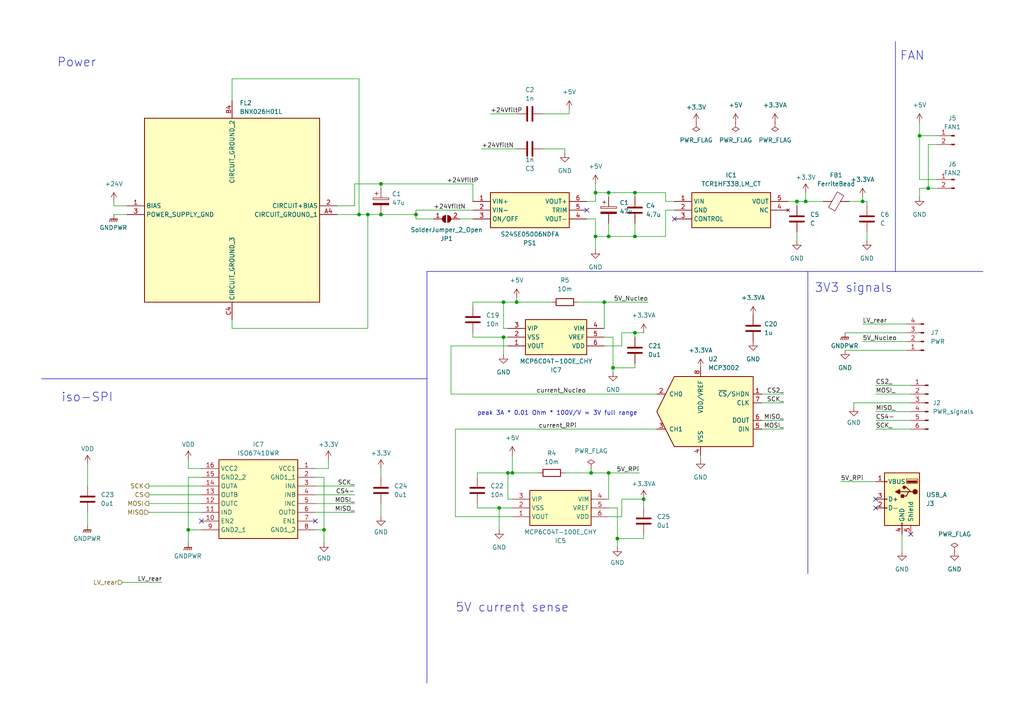
<source format=kicad_sch>
(kicad_sch (version 20230121) (generator eeschema)
  (paper "A4")
  (title_block (title "EP5 rearbox powerboard") (date "2024-03-20") (rev "1") (company "NTURacing") (comment 1 "郭哲明") (comment 2 "Electrical group"))
  (lib_symbols
    (symbol "Analog_ADC:MCP3002" (pin_names (offset 1.016))
      (property "Reference" "U" (at -6.35 11.43 0))
      (property "Value" "MCP3002" (at 11.43 11.43 0))
      (symbol "MCP3002_0_1"
        (polyline (pts (xy 15.24 10.16) (xy -7.62 10.16) (xy -12.7 0) (xy -7.62 -10.16) (xy 15.24 -10.16) (xy 15.24 10.16)) (stroke (width 0.254)) (fill (type background)))
      )
      (symbol "MCP3002_1_1"
        (pin input line (at 17.78 5.08 180) (length 2.54) (name "~{CS}/SHDN") (number "1"))
        (pin passive line (at -12.7 5.08 0) (length 2.54) (name "CH0") (number "2"))
        (pin passive line (at -12.7 -5.08 0) (length 2.54) (name "CH1") (number "3"))
        (pin power_in line (at 0 -12.7 90) (length 2.54) (name "VSS") (number "4"))
        (pin input line (at 17.78 -5.08 180) (length 2.54) (name "DIN") (number "5"))
        (pin output line (at 17.78 -2.54 180) (length 2.54) (name "DOUT") (number "6"))
        (pin input line (at 17.78 2.54 180) (length 2.54) (name "CLK") (number "7"))
        (pin power_in line (at 0 12.7 270) (length 2.54) (name "VDD/VREF") (number "8"))
      )
    )
    (symbol "Connector:Conn_01x02_Pin" (pin_names (offset 1.016) hide)
      (property "Reference" "J" (at 0 2.54 0))
      (property "Value" "Conn_01x02_Pin" (at 0 -5.08 0))
      (symbol "Conn_01x02_Pin_1_1"
        (polyline (pts (xy 1.27 -2.54) (xy 0.8636 -2.54)) (stroke (width 0.1524)))
        (polyline (pts (xy 1.27 0) (xy 0.8636 0)) (stroke (width 0.1524)))
        (rectangle (start 0.8636 -2.413) (end 0 -2.667) (stroke (width 0.1524)) (fill (type outline)))
        (rectangle (start 0.8636 0.127) (end 0 -0.127) (stroke (width 0.1524)) (fill (type outline)))
        (pin passive line (at 5.08 0 180) (length 3.81) (name "Pin_1") (number "1"))
        (pin passive line (at 5.08 -2.54 180) (length 3.81) (name "Pin_2") (number "2"))
      )
    )
    (symbol "Connector:Conn_01x04_Pin" (pin_names (offset 1.016) hide)
      (property "Reference" "J" (at 0 5.08 0))
      (property "Value" "Conn_01x04_Pin" (at 0 -7.62 0))
      (symbol "Conn_01x04_Pin_1_1"
        (polyline (pts (xy 1.27 -5.08) (xy 0.8636 -5.08)) (stroke (width 0.1524)))
        (polyline (pts (xy 1.27 -2.54) (xy 0.8636 -2.54)) (stroke (width 0.1524)))
        (polyline (pts (xy 1.27 0) (xy 0.8636 0)) (stroke (width 0.1524)))
        (polyline (pts (xy 1.27 2.54) (xy 0.8636 2.54)) (stroke (width 0.1524)))
        (rectangle (start 0.8636 -4.953) (end 0 -5.207) (stroke (width 0.1524)) (fill (type outline)))
        (rectangle (start 0.8636 -2.413) (end 0 -2.667) (stroke (width 0.1524)) (fill (type outline)))
        (rectangle (start 0.8636 0.127) (end 0 -0.127) (stroke (width 0.1524)) (fill (type outline)))
        (rectangle (start 0.8636 2.667) (end 0 2.413) (stroke (width 0.1524)) (fill (type outline)))
        (pin passive line (at 5.08 2.54 180) (length 3.81) (name "Pin_1") (number "1"))
        (pin passive line (at 5.08 0 180) (length 3.81) (name "Pin_2") (number "2"))
        (pin passive line (at 5.08 -2.54 180) (length 3.81) (name "Pin_3") (number "3"))
        (pin passive line (at 5.08 -5.08 180) (length 3.81) (name "Pin_4") (number "4"))
      )
    )
    (symbol "Connector:Conn_01x06_Pin" (pin_names (offset 1.016) hide)
      (property "Reference" "J" (at 0 7.62 0))
      (property "Value" "Conn_01x06_Pin" (at 0 -10.16 0))
      (symbol "Conn_01x06_Pin_1_1"
        (polyline (pts (xy 1.27 -7.62) (xy 0.8636 -7.62)) (stroke (width 0.1524)))
        (polyline (pts (xy 1.27 -5.08) (xy 0.8636 -5.08)) (stroke (width 0.1524)))
        (polyline (pts (xy 1.27 -2.54) (xy 0.8636 -2.54)) (stroke (width 0.1524)))
        (polyline (pts (xy 1.27 0) (xy 0.8636 0)) (stroke (width 0.1524)))
        (polyline (pts (xy 1.27 2.54) (xy 0.8636 2.54)) (stroke (width 0.1524)))
        (polyline (pts (xy 1.27 5.08) (xy 0.8636 5.08)) (stroke (width 0.1524)))
        (rectangle (start 0.8636 -7.493) (end 0 -7.747) (stroke (width 0.1524)) (fill (type outline)))
        (rectangle (start 0.8636 -4.953) (end 0 -5.207) (stroke (width 0.1524)) (fill (type outline)))
        (rectangle (start 0.8636 -2.413) (end 0 -2.667) (stroke (width 0.1524)) (fill (type outline)))
        (rectangle (start 0.8636 0.127) (end 0 -0.127) (stroke (width 0.1524)) (fill (type outline)))
        (rectangle (start 0.8636 2.667) (end 0 2.413) (stroke (width 0.1524)) (fill (type outline)))
        (rectangle (start 0.8636 5.207) (end 0 4.953) (stroke (width 0.1524)) (fill (type outline)))
        (pin passive line (at 5.08 5.08 180) (length 3.81) (name "Pin_1") (number "1"))
        (pin passive line (at 5.08 2.54 180) (length 3.81) (name "Pin_2") (number "2"))
        (pin passive line (at 5.08 0 180) (length 3.81) (name "Pin_3") (number "3"))
        (pin passive line (at 5.08 -2.54 180) (length 3.81) (name "Pin_4") (number "4"))
        (pin passive line (at 5.08 -5.08 180) (length 3.81) (name "Pin_5") (number "5"))
        (pin passive line (at 5.08 -7.62 180) (length 3.81) (name "Pin_6") (number "6"))
      )
    )
    (symbol "Connector:USB_A" (pin_names (offset 1.016))
      (property "Reference" "J" (at -5.08 11.43 0))
      (property "Value" "USB_A" (at -5.08 8.89 0))
      (symbol "USB_A_0_1"
        (rectangle (start -5.08 -7.62) (end 5.08 7.62) (stroke (width 0.254)) (fill (type background)))
        (circle (center -3.81 2.159) (radius 0.635) (stroke (width 0.254)) (fill (type outline)))
        (rectangle (start -1.524 4.826) (end -4.318 5.334) (fill (type outline)))
        (rectangle (start -1.27 4.572) (end -4.572 5.842))
        (circle (center -0.635 3.429) (radius 0.381) (stroke (width 0.254)) (fill (type outline)))
        (rectangle (start -0.127 -7.62) (end 0.127 -6.858))
        (polyline (pts (xy -3.175 2.159) (xy -2.54 2.159) (xy -1.27 3.429) (xy -0.635 3.429)) (stroke (width 0.254)))
        (polyline (pts (xy -2.54 2.159) (xy -1.905 2.159) (xy -1.27 0.889) (xy 0 0.889)) (stroke (width 0.254)))
        (polyline (pts (xy 0.635 2.794) (xy 0.635 1.524) (xy 1.905 2.159) (xy 0.635 2.794)) (stroke (width 0.254)) (fill (type outline)))
        (rectangle (start 0.254 1.27) (end -0.508 0.508) (stroke (width 0.254)) (fill (type outline)))
        (rectangle (start 5.08 -2.667) (end 4.318 -2.413))
        (rectangle (start 5.08 -0.127) (end 4.318 0.127))
        (rectangle (start 5.08 4.953) (end 4.318 5.207))
      )
      (symbol "USB_A_1_1"
        (polyline (pts (xy -1.905 2.159) (xy 0.635 2.159)) (stroke (width 0.254)))
        (pin power_in line (at 7.62 5.08 180) (length 2.54) (name "VBUS") (number "1"))
        (pin bidirectional line (at 7.62 -2.54 180) (length 2.54) (name "D-") (number "2"))
        (pin bidirectional line (at 7.62 0 180) (length 2.54) (name "D+") (number "3"))
        (pin power_in line (at 0 -10.16 90) (length 2.54) (name "GND") (number "4"))
        (pin passive line (at -2.54 -10.16 90) (length 2.54) (name "Shield") (number "5"))
      )
    )
    (symbol "Device:C" (pin_numbers hide) (pin_names (offset 0.254))
      (property "Reference" "C" (at 0.635 2.54 0))
      (property "Value" "C" (at 0.635 -2.54 0))
      (symbol "C_0_1"
        (polyline (pts (xy -2.032 -0.762) (xy 2.032 -0.762)) (stroke (width 0.508)))
        (polyline (pts (xy -2.032 0.762) (xy 2.032 0.762)) (stroke (width 0.508)))
      )
      (symbol "C_1_1"
        (pin passive line (at 0 3.81 270) (length 2.794) (name "~") (number "1"))
        (pin passive line (at 0 -3.81 90) (length 2.794) (name "~") (number "2"))
      )
    )
    (symbol "Device:C_Polarized" (pin_numbers hide) (pin_names (offset 0.254))
      (property "Reference" "C" (at 0.635 2.54 0))
      (property "Value" "C_Polarized" (at 0.635 -2.54 0))
      (symbol "C_Polarized_0_1"
        (rectangle (start -2.286 0.508) (end 2.286 1.016))
        (polyline (pts (xy -1.778 2.286) (xy -0.762 2.286)))
        (polyline (pts (xy -1.27 2.794) (xy -1.27 1.778)))
        (rectangle (start 2.286 -0.508) (end -2.286 -1.016) (fill (type outline)))
      )
      (symbol "C_Polarized_1_1"
        (pin passive line (at 0 3.81 270) (length 2.794) (name "~") (number "1"))
        (pin passive line (at 0 -3.81 90) (length 2.794) (name "~") (number "2"))
      )
    )
    (symbol "Device:FerriteBead" (pin_numbers hide) (pin_names (offset 0))
      (property "Reference" "FB" (at -3.81 0.635 90))
      (property "Value" "FerriteBead" (at 3.81 0 90))
      (symbol "FerriteBead_0_1"
        (polyline (pts (xy 0 -1.27) (xy 0 -1.2192)))
        (polyline (pts (xy 0 1.27) (xy 0 1.2954)))
        (polyline (pts (xy -2.7686 0.4064) (xy -1.7018 2.2606) (xy 2.7686 -0.3048) (xy 1.6764 -2.159) (xy -2.7686 0.4064)))
      )
      (symbol "FerriteBead_1_1"
        (pin passive line (at 0 3.81 270) (length 2.54) (name "~") (number "1"))
        (pin passive line (at 0 -3.81 90) (length 2.54) (name "~") (number "2"))
      )
    )
    (symbol "Device:R" (pin_numbers hide) (pin_names (offset 0))
      (property "Reference" "R" (at 2.032 0 90))
      (property "Value" "R" (at 0 0 90))
      (symbol "R_0_1"
        (rectangle (start -1.016 -2.54) (end 1.016 2.54) (stroke (width 0.254)))
      )
      (symbol "R_1_1"
        (pin passive line (at 0 3.81 270) (length 1.27) (name "~") (number "1"))
        (pin passive line (at 0 -3.81 90) (length 1.27) (name "~") (number "2"))
      )
    )
    (symbol "Jumper:SolderJumper_2_Open" (pin_names (offset 0) hide)
      (property "Reference" "JP" (at 0 2.032 0))
      (property "Value" "SolderJumper_2_Open" (at 0 -2.54 0))
      (symbol "SolderJumper_2_Open_0_1"
        (arc (start -0.254 1.016) (mid -1.2656 0) (end -0.254 -1.016))
        (arc (start -0.254 1.016) (mid -1.2656 0) (end -0.254 -1.016) (fill (type outline)))
        (polyline (pts (xy -0.254 1.016) (xy -0.254 -1.016)))
        (polyline (pts (xy 0.254 1.016) (xy 0.254 -1.016)))
        (arc (start 0.254 -1.016) (mid 1.2656 0) (end 0.254 1.016))
        (arc (start 0.254 -1.016) (mid 1.2656 0) (end 0.254 1.016) (fill (type outline)))
      )
      (symbol "SolderJumper_2_Open_1_1"
        (pin passive line (at -3.81 0 0) (length 2.54) (name "A") (number "1"))
        (pin passive line (at 3.81 0 180) (length 2.54) (name "B") (number "2"))
      )
    )
    (symbol "SamacSys_Parts:BNX026H01L"
      (property "Reference" "FL" (at 57.15 30.48 0))
      (property "Value" "BNX026H01L" (at 57.15 27.94 0))
      (symbol "BNX026H01L_1_1"
        (rectangle (start 5.08 25.4) (end 55.88 -27.94) (stroke (width 0.254)) (fill (type background)))
        (pin passive line (at 0 0 0) (length 5.08) (name "BIAS") (number "1"))
        (pin passive line (at 60.96 0 180) (length 5.08) (name "CIRCUIT+BIAS") (number "2"))
        (pin passive line (at 0 -2.54 0) (length 5.08) (name "POWER_SUPPLY_GND") (number "3"))
        (pin passive line (at 60.96 -2.54 180) (length 5.08) (name "CIRCUIT_GROUND_1") (number "A4"))
        (pin passive line (at 30.48 30.48 270) (length 5.08) (name "CIRCUIT_GROUND_2") (number "B4"))
        (pin passive line (at 30.48 -33.02 90) (length 5.08) (name "CIRCUIT_GROUND_3") (number "C4"))
      )
    )
    (symbol "SamacSys_Parts:ISO6741DWR"
      (property "Reference" "IC" (at 29.21 7.62 0))
      (property "Value" "ISO6741DWR" (at 29.21 5.08 0))
      (symbol "ISO6741DWR_1_1"
        (rectangle (start 5.08 2.54) (end 27.94 -20.32) (stroke (width 0.254)) (fill (type background)))
        (pin passive line (at 0 0 0) (length 5.08) (name "VCC1") (number "1"))
        (pin passive line (at 33.02 -15.24 180) (length 5.08) (name "EN2") (number "10"))
        (pin passive line (at 33.02 -12.7 180) (length 5.08) (name "IND") (number "11"))
        (pin passive line (at 33.02 -10.16 180) (length 5.08) (name "OUTC") (number "12"))
        (pin passive line (at 33.02 -7.62 180) (length 5.08) (name "OUTB") (number "13"))
        (pin passive line (at 33.02 -5.08 180) (length 5.08) (name "OUTA") (number "14"))
        (pin passive line (at 33.02 -2.54 180) (length 5.08) (name "GND2_2") (number "15"))
        (pin passive line (at 33.02 0 180) (length 5.08) (name "VCC2") (number "16"))
        (pin passive line (at 0 -2.54 0) (length 5.08) (name "GND1_1") (number "2"))
        (pin passive line (at 0 -5.08 0) (length 5.08) (name "INA") (number "3"))
        (pin passive line (at 0 -7.62 0) (length 5.08) (name "INB") (number "4"))
        (pin passive line (at 0 -10.16 0) (length 5.08) (name "INC") (number "5"))
        (pin passive line (at 0 -12.7 0) (length 5.08) (name "OUTD") (number "6"))
        (pin passive line (at 0 -15.24 0) (length 5.08) (name "EN1") (number "7"))
        (pin passive line (at 0 -17.78 0) (length 5.08) (name "GND1_2") (number "8"))
        (pin passive line (at 33.02 -17.78 180) (length 5.08) (name "GND2_1") (number "9"))
      )
    )
    (symbol "SamacSys_Parts:MCP6C04T-100E_CHY"
      (property "Reference" "IC" (at 24.13 7.62 0))
      (property "Value" "MCP6C04T-100E_CHY" (at 24.13 5.08 0))
      (symbol "MCP6C04T-100E_CHY_1_1"
        (rectangle (start 5.08 2.54) (end 22.86 -7.62) (stroke (width 0.254)) (fill (type background)))
        (pin passive line (at 0 0 0) (length 5.08) (name "VOUT") (number "1"))
        (pin passive line (at 0 -2.54 0) (length 5.08) (name "VSS") (number "2"))
        (pin passive line (at 0 -5.08 0) (length 5.08) (name "VIP") (number "3"))
        (pin passive line (at 27.94 -5.08 180) (length 5.08) (name "VIM") (number "4"))
        (pin passive line (at 27.94 -2.54 180) (length 5.08) (name "VREF") (number "5"))
        (pin passive line (at 27.94 0 180) (length 5.08) (name "VDD") (number "6"))
      )
    )
    (symbol "SamacSys_Parts:S24SE05006NDFA"
      (property "Reference" "PS" (at 29.21 7.62 0))
      (property "Value" "S24SE05006NDFA" (at 29.21 5.08 0))
      (symbol "S24SE05006NDFA_1_1"
        (rectangle (start 5.08 2.54) (end 27.94 -7.62) (stroke (width 0.254)) (fill (type background)))
        (pin passive line (at 0 -5.08 0) (length 5.08) (name "VIN+") (number "1"))
        (pin passive line (at 0 -2.54 0) (length 5.08) (name "VIN-") (number "2"))
        (pin passive line (at 0 0 0) (length 5.08) (name "ON/OFF") (number "3"))
        (pin passive line (at 33.02 0 180) (length 5.08) (name "VOUT-") (number "4"))
        (pin passive line (at 33.02 -2.54 180) (length 5.08) (name "TRIM") (number "5"))
        (pin passive line (at 33.02 -5.08 180) (length 5.08) (name "VOUT+") (number "6"))
      )
    )
    (symbol "SamacSys_Parts:TCR1HF33B,LM_CT"
      (property "Reference" "IC" (at 29.21 7.62 0))
      (property "Value" "TCR1HF33B,LM_CT" (at 29.21 5.08 0))
      (symbol "TCR1HF33B,LM_CT_1_1"
        (rectangle (start 5.08 2.54) (end 27.94 -7.62) (stroke (width 0.254)) (fill (type background)))
        (pin passive line (at 0 0 0) (length 5.08) (name "VIN") (number "1"))
        (pin passive line (at 0 -2.54 0) (length 5.08) (name "GND") (number "2"))
        (pin passive line (at 0 -5.08 0) (length 5.08) (name "CONTROL") (number "3"))
        (pin no_connect line (at 33.02 -2.54 180) (length 5.08) (name "NC") (number "4"))
        (pin passive line (at 33.02 0 180) (length 5.08) (name "VOUT") (number "5"))
      )
    )
    (symbol "power:+24V" (power) (pin_names (offset 0))
      (property "Value" "+24V" (at 0 3.556 0))
      (symbol "+24V_0_1"
        (polyline (pts (xy -0.762 1.27) (xy 0 2.54)))
        (polyline (pts (xy 0 0) (xy 0 2.54)))
        (polyline (pts (xy 0 2.54) (xy 0.762 1.27)))
      )
      (symbol "+24V_1_1"
        (pin power_in line (at 0 0 90) (length 0) hide (name "+24V") (number "1"))
      )
    )
    (symbol "power:+3.3V" (power) (pin_names (offset 0))
      (property "Value" "+3.3V" (at 0 3.556 0))
      (symbol "+3.3V_0_1"
        (polyline (pts (xy -0.762 1.27) (xy 0 2.54)))
        (polyline (pts (xy 0 0) (xy 0 2.54)))
        (polyline (pts (xy 0 2.54) (xy 0.762 1.27)))
      )
      (symbol "+3.3V_1_1"
        (pin power_in line (at 0 0 90) (length 0) hide (name "+3.3V") (number "1"))
      )
    )
    (symbol "power:+3.3VA" (power) (pin_names (offset 0))
      (property "Value" "+3.3VA" (at 0 3.556 0))
      (symbol "+3.3VA_0_1"
        (polyline (pts (xy -0.762 1.27) (xy 0 2.54)))
        (polyline (pts (xy 0 0) (xy 0 2.54)))
        (polyline (pts (xy 0 2.54) (xy 0.762 1.27)))
      )
      (symbol "+3.3VA_1_1"
        (pin power_in line (at 0 0 90) (length 0) hide (name "+3.3VA") (number "1"))
      )
    )
    (symbol "power:+5V" (power) (pin_names (offset 0))
      (property "Value" "+5V" (at 0 3.556 0))
      (symbol "+5V_0_1"
        (polyline (pts (xy -0.762 1.27) (xy 0 2.54)))
        (polyline (pts (xy 0 0) (xy 0 2.54)))
        (polyline (pts (xy 0 2.54) (xy 0.762 1.27)))
      )
      (symbol "+5V_1_1"
        (pin power_in line (at 0 0 90) (length 0) hide (name "+5V") (number "1"))
      )
    )
    (symbol "power:GND" (power) (pin_names (offset 0))
      (property "Value" "GND" (at 0 -3.81 0))
      (symbol "GND_0_1"
        (polyline (pts (xy 0 0) (xy 0 -1.27) (xy 1.27 -1.27) (xy 0 -2.54) (xy -1.27 -1.27) (xy 0 -1.27)))
      )
      (symbol "GND_1_1"
        (pin power_in line (at 0 0 270) (length 0) hide (name "GND") (number "1"))
      )
    )
    (symbol "power:GNDPWR" (power) (pin_names (offset 0))
      (property "Value" "GNDPWR" (at 0 -3.302 0))
      (symbol "GNDPWR_0_1"
        (polyline (pts (xy 0 -1.27) (xy 0 0)))
        (polyline (pts (xy -1.016 -1.27) (xy -1.27 -2.032) (xy -1.27 -2.032)) (stroke (width 0.2032)))
        (polyline (pts (xy -0.508 -1.27) (xy -0.762 -2.032) (xy -0.762 -2.032)) (stroke (width 0.2032)))
        (polyline (pts (xy 0 -1.27) (xy -0.254 -2.032) (xy -0.254 -2.032)) (stroke (width 0.2032)))
        (polyline (pts (xy 0.508 -1.27) (xy 0.254 -2.032) (xy 0.254 -2.032)) (stroke (width 0.2032)))
        (polyline (pts (xy 1.016 -1.27) (xy -1.016 -1.27) (xy -1.016 -1.27)) (stroke (width 0.2032)))
        (polyline (pts (xy 1.016 -1.27) (xy 0.762 -2.032) (xy 0.762 -2.032) (xy 0.762 -2.032)) (stroke (width 0.2032)))
      )
      (symbol "GNDPWR_1_1"
        (pin power_in line (at 0 0 270) (length 0) hide (name "GNDPWR") (number "1"))
      )
    )
    (symbol "power:PWR_FLAG" (power) (pin_numbers hide) (pin_names (offset 0) hide)
      (property "Value" "PWR_FLAG" (at 0 3.81 0))
      (symbol "PWR_FLAG_0_0"
        (pin power_out line (at 0 0 90) (length 0) (name "pwr") (number "1"))
      )
      (symbol "PWR_FLAG_0_1"
        (polyline (pts (xy 0 0) (xy 0 1.27) (xy -1.016 1.905) (xy 0 2.54) (xy 1.016 1.905) (xy 0 1.27)))
      )
    )
    (symbol "power:VDD" (power) (pin_names (offset 0))
      (property "Value" "VDD" (at 0 3.81 0))
      (symbol "VDD_0_1"
        (polyline (pts (xy -0.762 1.27) (xy 0 2.54)))
        (polyline (pts (xy 0 0) (xy 0 2.54)))
        (polyline (pts (xy 0 2.54) (xy 0.762 1.27)))
      )
      (symbol "VDD_1_1"
        (pin power_in line (at 0 0 90) (length 0) hide (name "VDD") (number "1"))
      )
    )
  )
  (junction (at 104.14 62.23))
  (junction (at 176.53 68.58))
  (junction (at 233.68 58.42))
  (junction (at 146.05 97.79))
  (junction (at 147.32 137.16))
  (junction (at 110.49 53.34))
  (junction (at 172.72 55.88))
  (junction (at 148.59 137.16))
  (junction (at 175.26 87.63))
  (junction (at 149.86 87.63))
  (junction (at 184.15 55.88))
  (junction (at 172.72 68.58))
  (junction (at 146.05 87.63))
  (junction (at 269.24 54.61))
  (junction (at 120.65 62.23))
  (junction (at 93.98 153.67))
  (junction (at 176.53 137.16))
  (junction (at 184.15 96.52))
  (junction (at 54.61 153.67))
  (junction (at 250.19 58.42))
  (junction (at 176.53 55.88))
  (junction (at 110.49 62.23))
  (junction (at 179.07 156.21))
  (junction (at 186.69 144.78))
  (junction (at 231.14 58.42))
  (junction (at 144.78 147.32))
  (junction (at 177.8 106.68))
  (junction (at 184.15 68.58))
  (junction (at 106.68 62.23))
  (junction (at 171.45 137.16))
  (junction (at 266.7 39.37))
  (no_connect (at 254 144.78))
  (no_connect (at 170.18 60.96))
  (no_connect (at 254 147.32))
  (no_connect (at 195.58 63.5))
  (no_connect (at 91.44 151.13))
  (no_connect (at 58.42 151.13))
  (no_connect (at 264.16 154.94))
  (wire (pts (xy 233.68 55.88) (xy 233.68 58.42)))
  (wire (pts (xy 54.61 135.89) (xy 58.42 135.89)))
  (wire (pts (xy 177.8 97.79) (xy 177.8 106.68)))
  (wire (pts (xy 231.14 67.31) (xy 231.14 69.85)))
  (wire (pts (xy 54.61 138.43) (xy 54.61 153.67)))
  (wire (pts (xy 110.49 135.89) (xy 110.49 138.43)))
  (wire (pts (xy 91.44 135.89) (xy 95.25 135.89)))
  (wire (pts (xy 147.32 97.79) (xy 146.05 97.79)))
  (wire (pts (xy 266.7 35.56) (xy 266.7 39.37)))
  (wire (pts (xy 149.86 86.36) (xy 149.86 87.63)))
  (wire (pts (xy 67.31 95.25) (xy 106.68 95.25)))
  (wire (pts (xy 137.16 97.79) (xy 137.16 96.52)))
  (wire (pts (xy 172.72 58.42) (xy 172.72 55.88)))
  (wire (pts (xy 43.18 140.97) (xy 58.42 140.97)))
  (wire (pts (xy 266.7 52.07) (xy 266.7 39.37)))
  (wire (pts (xy 43.18 143.51) (xy 58.42 143.51)))
  (wire (pts (xy 269.24 54.61) (xy 271.78 54.61)))
  (wire (pts (xy 176.53 147.32) (xy 179.07 147.32)))
  (wire (pts (xy 250.19 99.06) (xy 262.89 99.06)))
  (wire (pts (xy 180.34 96.52) (xy 184.15 96.52)))
  (wire (pts (xy 179.07 147.32) (xy 179.07 156.21)))
  (wire (pts (xy 171.45 137.16) (xy 163.83 137.16)))
  (wire (pts (xy 102.87 53.34) (xy 110.49 53.34)))
  (wire (pts (xy 137.16 87.63) (xy 137.16 88.9)))
  (wire (pts (xy 67.31 95.25) (xy 67.31 92.71)))
  (wire (pts (xy 137.16 97.79) (xy 146.05 97.79)))
  (wire (pts (xy 104.14 62.23) (xy 106.68 62.23)))
  (wire (pts (xy 180.34 100.33) (xy 180.34 96.52)))
  (wire (pts (xy 176.53 149.86) (xy 180.34 149.86)))
  (wire (pts (xy 58.42 138.43) (xy 54.61 138.43)))
  (polyline (pts (xy 123.825 109.855) (xy 123.825 198.12)))
  (wire (pts (xy 120.65 60.96) (xy 137.16 60.96)))
  (wire (pts (xy 254 121.92) (xy 264.16 121.92)))
  (wire (pts (xy 193.04 58.42) (xy 195.58 58.42)))
  (wire (pts (xy 175.26 87.63) (xy 187.96 87.63)))
  (wire (pts (xy 54.61 153.67) (xy 54.61 157.48)))
  (wire (pts (xy 43.18 146.05) (xy 58.42 146.05)))
  (wire (pts (xy 146.05 87.63) (xy 146.05 95.25)))
  (wire (pts (xy 67.31 22.86) (xy 67.31 29.21)))
  (wire (pts (xy 67.31 22.86) (xy 104.14 22.86)))
  (wire (pts (xy 137.16 53.34) (xy 110.49 53.34)))
  (polyline (pts (xy 234.315 78.74) (xy 234.315 166.37)))
  (wire (pts (xy 91.44 146.05) (xy 102.87 146.05)))
  (wire (pts (xy 251.46 67.31) (xy 251.46 69.85)))
  (wire (pts (xy 33.02 62.23) (xy 36.83 62.23)))
  (wire (pts (xy 175.26 100.33) (xy 180.34 100.33)))
  (wire (pts (xy 247.65 116.84) (xy 247.65 118.11)))
  (wire (pts (xy 91.44 140.97) (xy 102.87 140.97)))
  (wire (pts (xy 147.32 137.16) (xy 147.32 144.78)))
  (wire (pts (xy 220.98 124.46) (xy 227.33 124.46)))
  (polyline (pts (xy 123.825 109.855) (xy 123.825 78.74)))
  (wire (pts (xy 102.87 59.69) (xy 102.87 53.34)))
  (wire (pts (xy 97.79 59.69) (xy 102.87 59.69)))
  (wire (pts (xy 110.49 146.05) (xy 110.49 149.86)))
  (wire (pts (xy 254 114.3) (xy 264.16 114.3)))
  (wire (pts (xy 110.49 53.34) (xy 110.49 54.61)))
  (wire (pts (xy 228.6 58.42) (xy 231.14 58.42)))
  (wire (pts (xy 146.05 95.25) (xy 147.32 95.25)))
  (wire (pts (xy 179.07 156.21) (xy 186.69 156.21)))
  (wire (pts (xy 139.7 43.18) (xy 149.86 43.18)))
  (wire (pts (xy 132.08 124.46) (xy 132.08 149.86)))
  (wire (pts (xy 106.68 62.23) (xy 110.49 62.23)))
  (wire (pts (xy 254 111.76) (xy 264.16 111.76)))
  (wire (pts (xy 132.08 149.86) (xy 148.59 149.86)))
  (wire (pts (xy 264.16 116.84) (xy 247.65 116.84)))
  (wire (pts (xy 125.73 63.5) (xy 120.65 63.5)))
  (wire (pts (xy 176.53 137.16) (xy 176.53 144.78)))
  (wire (pts (xy 251.46 58.42) (xy 251.46 59.69)))
  (wire (pts (xy 33.02 59.69) (xy 33.02 58.42)))
  (wire (pts (xy 130.81 114.3) (xy 130.81 100.33)))
  (wire (pts (xy 250.19 57.15) (xy 250.19 58.42)))
  (wire (pts (xy 179.07 156.21) (xy 179.07 158.75)))
  (wire (pts (xy 254 119.38) (xy 264.16 119.38)))
  (wire (pts (xy 142.24 33.02) (xy 149.86 33.02)))
  (wire (pts (xy 220.98 121.92) (xy 227.33 121.92)))
  (wire (pts (xy 271.78 52.07) (xy 266.7 52.07)))
  (wire (pts (xy 184.15 105.41) (xy 184.15 106.68)))
  (wire (pts (xy 160.02 87.63) (xy 149.86 87.63)))
  (wire (pts (xy 184.15 57.15) (xy 184.15 55.88)))
  (wire (pts (xy 110.49 62.23) (xy 120.65 62.23)))
  (wire (pts (xy 220.98 116.84) (xy 227.33 116.84)))
  (wire (pts (xy 266.7 54.61) (xy 266.7 57.15)))
  (wire (pts (xy 193.04 60.96) (xy 193.04 68.58)))
  (wire (pts (xy 245.11 101.6) (xy 262.89 101.6)))
  (wire (pts (xy 269.24 41.91) (xy 269.24 54.61)))
  (wire (pts (xy 171.45 137.16) (xy 176.53 137.16)))
  (wire (pts (xy 146.05 87.63) (xy 137.16 87.63)))
  (wire (pts (xy 138.43 146.05) (xy 138.43 147.32)))
  (wire (pts (xy 262.89 93.98) (xy 250.19 93.98)))
  (wire (pts (xy 91.44 148.59) (xy 102.87 148.59)))
  (wire (pts (xy 163.83 44.45) (xy 163.83 43.18)))
  (wire (pts (xy 184.15 96.52) (xy 184.15 97.79)))
  (wire (pts (xy 148.59 137.16) (xy 147.32 137.16)))
  (polyline (pts (xy 123.825 78.74) (xy 285.115 78.74)))
  (wire (pts (xy 133.35 63.5) (xy 137.16 63.5)))
  (wire (pts (xy 261.62 154.94) (xy 261.62 160.02)))
  (wire (pts (xy 271.78 41.91) (xy 269.24 41.91)))
  (wire (pts (xy 171.45 135.89) (xy 171.45 137.16)))
  (wire (pts (xy 180.34 149.86) (xy 180.34 144.78)))
  (wire (pts (xy 176.53 64.77) (xy 176.53 68.58)))
  (wire (pts (xy 91.44 143.51) (xy 102.87 143.51)))
  (wire (pts (xy 251.46 58.42) (xy 250.19 58.42)))
  (wire (pts (xy 231.14 58.42) (xy 231.14 59.69)))
  (wire (pts (xy 195.58 60.96) (xy 193.04 60.96)))
  (wire (pts (xy 175.26 87.63) (xy 167.64 87.63)))
  (wire (pts (xy 245.11 96.52) (xy 262.89 96.52)))
  (polyline (pts (xy 259.715 12.065) (xy 259.715 78.74)))
  (wire (pts (xy 220.98 114.3) (xy 227.33 114.3)))
  (wire (pts (xy 165.1 31.75) (xy 165.1 33.02)))
  (wire (pts (xy 186.69 156.21) (xy 186.69 154.94)))
  (wire (pts (xy 177.8 106.68) (xy 184.15 106.68)))
  (wire (pts (xy 177.8 107.95) (xy 177.8 106.68)))
  (wire (pts (xy 137.16 58.42) (xy 137.16 53.34)))
  (wire (pts (xy 106.68 95.25) (xy 106.68 62.23)))
  (wire (pts (xy 172.72 55.88) (xy 176.53 55.88)))
  (wire (pts (xy 243.84 139.7) (xy 254 139.7)))
  (wire (pts (xy 91.44 153.67) (xy 93.98 153.67)))
  (wire (pts (xy 254 124.46) (xy 264.16 124.46)))
  (wire (pts (xy 93.98 153.67) (xy 93.98 157.48)))
  (wire (pts (xy 146.05 97.79) (xy 146.05 102.87)))
  (wire (pts (xy 95.25 135.89) (xy 95.25 133.35)))
  (wire (pts (xy 120.65 63.5) (xy 120.65 62.23)))
  (wire (pts (xy 144.78 147.32) (xy 148.59 147.32)))
  (wire (pts (xy 148.59 137.16) (xy 156.21 137.16)))
  (wire (pts (xy 186.69 144.78) (xy 186.69 147.32)))
  (wire (pts (xy 172.72 68.58) (xy 176.53 68.58)))
  (wire (pts (xy 25.4 134.62) (xy 25.4 140.97)))
  (wire (pts (xy 144.78 147.32) (xy 144.78 153.67)))
  (wire (pts (xy 180.34 144.78) (xy 186.69 144.78)))
  (wire (pts (xy 175.26 97.79) (xy 177.8 97.79)))
  (wire (pts (xy 176.53 55.88) (xy 176.53 57.15)))
  (wire (pts (xy 147.32 144.78) (xy 148.59 144.78)))
  (wire (pts (xy 184.15 96.52) (xy 186.69 96.52)))
  (wire (pts (xy 203.2 133.35) (xy 203.2 132.08)))
  (wire (pts (xy 93.98 138.43) (xy 93.98 153.67)))
  (wire (pts (xy 97.79 62.23) (xy 104.14 62.23)))
  (wire (pts (xy 35.56 168.91) (xy 46.99 168.91)))
  (wire (pts (xy 266.7 39.37) (xy 271.78 39.37)))
  (wire (pts (xy 170.18 58.42) (xy 172.72 58.42)))
  (wire (pts (xy 157.48 33.02) (xy 165.1 33.02)))
  (wire (pts (xy 175.26 87.63) (xy 175.26 95.25)))
  (wire (pts (xy 43.18 148.59) (xy 58.42 148.59)))
  (wire (pts (xy 146.05 87.63) (xy 149.86 87.63)))
  (polyline (pts (xy 12.065 109.855) (xy 123.825 109.855)))
  (wire (pts (xy 176.53 137.16) (xy 185.42 137.16)))
  (wire (pts (xy 184.15 64.77) (xy 184.15 68.58)))
  (wire (pts (xy 91.44 138.43) (xy 93.98 138.43)))
  (wire (pts (xy 193.04 55.88) (xy 193.04 58.42)))
  (wire (pts (xy 233.68 58.42) (xy 238.76 58.42)))
  (wire (pts (xy 163.83 43.18) (xy 157.48 43.18)))
  (wire (pts (xy 138.43 137.16) (xy 147.32 137.16)))
  (wire (pts (xy 172.72 68.58) (xy 172.72 72.39)))
  (wire (pts (xy 138.43 138.43) (xy 138.43 137.16)))
  (wire (pts (xy 148.59 132.08) (xy 148.59 137.16)))
  (wire (pts (xy 120.65 60.96) (xy 120.65 62.23)))
  (wire (pts (xy 172.72 55.88) (xy 172.72 53.34)))
  (wire (pts (xy 25.4 148.59) (xy 25.4 152.4)))
  (wire (pts (xy 184.15 55.88) (xy 193.04 55.88)))
  (wire (pts (xy 176.53 68.58) (xy 184.15 68.58)))
  (wire (pts (xy 130.81 114.3) (xy 190.5 114.3)))
  (wire (pts (xy 132.08 124.46) (xy 190.5 124.46)))
  (wire (pts (xy 33.02 59.69) (xy 36.83 59.69)))
  (wire (pts (xy 176.53 55.88) (xy 184.15 55.88)))
  (wire (pts (xy 231.14 58.42) (xy 233.68 58.42)))
  (wire (pts (xy 130.81 100.33) (xy 147.32 100.33)))
  (wire (pts (xy 266.7 54.61) (xy 269.24 54.61)))
  (wire (pts (xy 58.42 153.67) (xy 54.61 153.67)))
  (wire (pts (xy 138.43 147.32) (xy 144.78 147.32)))
  (wire (pts (xy 104.14 22.86) (xy 104.14 62.23)))
  (wire (pts (xy 54.61 133.35) (xy 54.61 135.89)))
  (wire (pts (xy 172.72 63.5) (xy 172.72 68.58)))
  (wire (pts (xy 170.18 63.5) (xy 172.72 63.5)))
  (wire (pts (xy 184.15 68.58) (xy 193.04 68.58)))
  (wire (pts (xy 246.38 58.42) (xy 250.19 58.42)))
  (text "3V3 signals" (at 236.22 85.09 0) (effects (font (size 2.54 2.54)) (justify left bottom)))
  (text "FAN" (at 260.985 17.78 0) (effects (font (size 2.54 2.54)) (justify left bottom)))
  (text "iso-SPI" (at 17.78 116.84 0) (effects (font (size 2.54 2.54)) (justify left bottom)))
  (text "Power" (at 16.51 19.685 0) (effects (font (size 2.54 2.54)) (justify left bottom)))
  (text "peak 3A * 0.01 Ohm * 100V/V = 3V full range" (at 138.43 120.65 0) (effects (font (size 1.27 1.27)) (justify left bottom)))
  (text "5V current sense" (at 132.08 177.8 0) (effects (font (size 2.54 2.54)) (justify left bottom)))
  (label "MISO_" (at 254 119.38 0))
  (label "MOSI_" (at 102.87 146.05 180))
  (label "MISO_" (at 227.33 121.92 180))
  (label "SCK_" (at 102.87 140.97 180))
  (label "CS2_" (at 227.33 114.3 180))
  (label "5V_RPi" (at 243.84 139.7 0))
  (label "CS4-" (at 102.87 143.51 180))
  (label "5V_RPi" (at 185.42 137.16 180))
  (label "+24VfiltN" (at 139.7 43.18 0))
  (label "+24VfiltP" (at 129.54 53.34 0))
  (label "5V_Nucleo" (at 187.96 87.63 180))
  (label "+24VfiltN" (at 125.73 60.96 0))
  (label "MOSI_" (at 254 114.3 0))
  (label "CS2_" (at 254 111.76 0))
  (label "MOSI_" (at 227.33 124.46 180))
  (label "SCK_" (at 227.33 116.84 180))
  (label "CS4-" (at 254 121.92 0))
  (label "LV_rear" (at 46.99 168.91 180))
  (label "current_Nucleo" (at 155.575 114.3 0))
  (label "+24VfiltP" (at 142.24 33.02 0))
  (label "MISO_" (at 102.87 148.59 180))
  (label "LV_rear" (at 250.19 93.98 0))
  (label "SCK_" (at 254 124.46 0))
  (label "5V_Nucleo" (at 250.19 99.06 0))
  (label "current_RPi" (at 156.21 124.46 0))
  (hierarchical_label "SCK" (shape output) (at 43.18 140.97 180))
  (hierarchical_label "MOSI" (shape output) (at 43.18 146.05 180))
  (hierarchical_label "CS" (shape output) (at 43.18 143.51 180))
  (hierarchical_label "MISO" (shape input) (at 43.18 148.59 180))
  (hierarchical_label "LV_rear" (shape input) (at 35.56 168.91 180))
  (symbol (lib_id "power:+5V") (at 149.86 86.36 0) (unit 1)
    (property "Reference" "#PWR08" (effects hide))
    (property "Value" "+5V" (at 149.86 81.28 0))
    (instances (project "power board" (path "" (reference "#PWR08") (unit 1)) (path "" (reference "#PWR053") (unit 1))))
  )
  (symbol (lib_id "power:GND") (at 261.62 160.02 0) (unit 1)
    (property "Reference" "#PWR09" (effects hide))
    (property "Value" "GND" (at 261.62 165.1 0))
    (instances (project "power board" (path "" (reference "#PWR09") (unit 1)) (path "" (reference "#PWR076") (unit 1))))
  )
  (symbol (lib_id "power:+5V") (at 165.1 31.75 0) (unit 1)
    (property "Reference" "#PWR018" (effects hide))
    (property "Value" "+5V" (at 165.1 26.67 0))
    (instances (project "power board" (path "" (reference "#PWR018") (unit 1)) (path "" (reference "#PWR040") (unit 1))))
  )
  (symbol (lib_id "power:+5V") (at 213.36 35.56 0) (unit 1)
    (property "Reference" "#PWR08" (effects hide))
    (property "Value" "+5V" (at 213.36 30.48 0))
    (instances (project "power board" (path "" (reference "#PWR08") (unit 1)) (path "" (reference "#PWR077") (unit 1))))
  )
  (symbol (lib_id "Device:C") (at 153.67 43.18 90) (unit 1)
    (property "Reference" "C3" (at 153.67 48.895 90))
    (property "Value" "1n" (at 153.67 46.355 90))
    (property "Footprint" "Capacitor_THT:C_Disc_D7.0mm_W2.5mm_P5.00mm" (effects hide))
    (instances (project "power board" (path "" (reference "C3") (unit 1)) (path "" (reference "C13") (unit 1))))
  )
  (symbol (lib_id "Connector:Conn_01x02_Pin") (at 276.86 39.37 0) (mirror y) (unit 1)
    (property "Reference" "J5" (at 276.225 34.29 0))
    (property "Value" "FAN1" (at 276.225 36.83 0))
    (property "Footprint" "Connector_JST:JST_XH_B2B-XH-A_1x02_P2.50mm_Vertical" (effects hide))
  )
  (symbol (lib_id "Device:R") (at 160.02 137.16 270) (mirror x) (unit 1)
    (property "Reference" "R4" (at 160.02 131.445 90))
    (property "Value" "10m" (at 160.02 133.985 90))
    (property "Footprint" "Resistor_SMD:R_0805_2012Metric" (effects hide))
    (instances (project "power board" (path "" (reference "R4") (unit 1)) (path "" (reference "R7") (unit 1))))
  )
  (symbol (lib_id "Device:C_Polarized") (at 176.53 60.96 0) (unit 1)
    (property "Reference" "C1" (at 179.705 58.801 0) (effects (justify left)))
    (property "Value" "47u" (at 179.705 61.341 0) (effects (justify left)))
    (property "Footprint" "Capacitor_THT:C_Disc_D9.0mm_W5.0mm_P5.00mm" (effects hide))
    (instances (project "power board" (path "" (reference "C1") (unit 1)) (path "" (reference "C15") (unit 1))))
  )
  (symbol (lib_id "Analog_ADC:MCP3002") (at 203.2 119.38 0) (unit 1)
    (property "Reference" "U2" (at 205.3941 104.14 0) (effects (justify left)))
    (property "Value" "MCP3002" (at 205.3941 106.68 0) (effects (justify left)))
    (property "Footprint" "Package_SO:SOIC-8_3.9x4.9mm_P1.27mm" (effects hide))
    (property "Datasheet" "http://ww1.microchip.com/downloads/en/DeviceDoc/21294E.pdf" (effects hide))
  )
  (symbol (lib_id "power:+24V") (at 33.02 58.42 0) (unit 1)
    (property "Reference" "#PWR013" (effects hide))
    (property "Value" "+24V" (at 33.02 53.34 0))
    (instances (project "power board" (path "" (reference "#PWR013") (unit 1)) (path "" (reference "#PWR045") (unit 1))))
  )
  (symbol (lib_id "Device:C") (at 25.4 144.78 0) (unit 1)
    (property "Reference" "C23" (at 29.21 143.51 0) (effects (justify left)))
    (property "Value" "0u1" (at 29.21 146.05 0) (effects (justify left)))
    (property "Footprint" "Capacitor_Tantalum_SMD:CP_EIA-3528-15_AVX-H" (effects hide))
  )
  (symbol (lib_id "power:GND") (at 251.46 69.85 0) (unit 1)
    (property "Reference" "#PWR07" (effects hide))
    (property "Value" "GND" (at 251.46 74.93 0))
    (instances (project "power board" (path "" (reference "#PWR07") (unit 1)) (path "" (reference "#PWR052") (unit 1))))
  )
  (symbol (lib_id "Device:FerriteBead") (at 242.57 58.42 90) (unit 1)
    (property "Reference" "FB1" (at 242.5192 50.8 90))
    (property "Value" "FerriteBead" (at 242.5192 53.34 90))
    (property "Footprint" "Inductor_SMD:L_0805_2012Metric" (effects hide))
    (instances (project "power board" (path "" (reference "FB1") (unit 1)) (path "" (reference "FB2") (unit 1))))
  )
  (symbol (lib_id "power:GND") (at 110.49 149.86 0) (unit 1)
    (property "Reference" "#PWR070" (effects hide))
    (property "Value" "GND" (at 110.49 154.305 0))
  )
  (symbol (lib_id "Device:C") (at 186.69 151.13 0) (unit 1)
    (property "Reference" "C25" (at 190.5 149.86 0) (effects (justify left)))
    (property "Value" "0u1" (at 190.5 152.4 0) (effects (justify left)))
    (property "Footprint" "Capacitor_Tantalum_SMD:CP_EIA-3528-15_AVX-H" (effects hide))
  )
  (symbol (lib_id "power:PWR_FLAG") (at 201.93 35.56 0) (mirror x) (unit 1)
    (property "Reference" "#FLG07" (effects hide))
    (property "Value" "PWR_FLAG" (at 201.93 40.64 0))
  )
  (symbol (lib_id "power:GND") (at 144.78 153.67 0) (mirror y) (unit 1)
    (property "Reference" "#PWR039" (effects hide))
    (property "Value" "GND" (at 144.78 158.75 0))
    (instances (project "power board" (path "" (reference "#PWR039") (unit 1)) (path "" (reference "#PWR072") (unit 1))))
  )
  (symbol (lib_id "power:+3.3VA") (at 203.2 106.68 0) (unit 1)
    (property "Reference" "#PWR061" (effects hide))
    (property "Value" "+3.3VA" (at 203.2 101.6 0))
  )
  (symbol (lib_id "SamacSys_Parts:BNX026H01L") (at 36.83 59.69 0) (unit 1)
    (property "Reference" "FL2" (at 69.5041 29.845 0) (effects (justify left)))
    (property "Value" "BNX026H01L" (at 69.5041 32.385 0) (effects (justify left)))
    (property "Footprint" "SamacSys_Parts:BNX024H01K" (effects hide))
    (property "Datasheet" "https://www.murata.com/en-us/products/productdetail?partno=BNX026H01%23" (effects hide))
    (property "Height" "3.7" (effects hide))
    (property "Mouser Part Number" "81-BNX026H01L" (effects hide))
    (property "Mouser Price/Stock" "https://www.mouser.co.uk/ProductDetail/Murata-Electronics/BNX026H01L?qs=zU3EaVYbc3y78A%2FfsSIPhQ%3D%3D" (effects hide))
    (property "Manufacturer_Name" "Murata Electronics" (effects hide))
    (property "Manufacturer_Part_Number" "BNX026H01L" (effects hide))
  )
  (symbol (lib_id "power:GND") (at 276.86 160.02 0) (unit 1)
    (property "Reference" "#PWR09" (effects hide))
    (property "Value" "GND" (at 276.86 165.1 0))
    (instances (project "power board" (path "" (reference "#PWR09") (unit 1)) (path "" (reference "#PWR039") (unit 1))))
  )
  (symbol (lib_id "power:+5V") (at 148.59 132.08 0) (unit 1)
    (property "Reference" "#PWR08" (effects hide))
    (property "Value" "+5V" (at 148.59 127 0))
    (instances (project "power board" (path "" (reference "#PWR08") (unit 1)) (path "" (reference "#PWR067") (unit 1))))
  )
  (symbol (lib_id "power:PWR_FLAG") (at 224.79 35.56 180) (unit 1)
    (property "Reference" "#FLG04" (effects hide))
    (property "Value" "PWR_FLAG" (at 224.79 40.64 0))
  )
  (symbol (lib_id "power:GND") (at 266.7 57.15 0) (unit 1)
    (property "Reference" "#PWR017" (effects hide))
    (property "Value" "GND" (at 266.7 62.23 0))
    (instances (project "power board" (path "" (reference "#PWR017") (unit 1)) (path "" (reference "#PWR048") (unit 1))))
  )
  (symbol (lib_id "power:GND") (at 172.72 72.39 0) (unit 1)
    (property "Reference" "#PWR07" (effects hide))
    (property "Value" "GND" (at 172.72 77.47 0))
    (instances (project "power board" (path "" (reference "#PWR07") (unit 1)) (path "" (reference "#PWR050") (unit 1))))
  )
  (symbol (lib_id "power:GND") (at 179.07 158.75 0) (mirror y) (unit 1)
    (property "Reference" "#PWR040" (effects hide))
    (property "Value" "GND" (at 179.07 163.195 0))
    (instances (project "power board" (path "" (reference "#PWR040") (unit 1)) (path "" (reference "#PWR075") (unit 1))))
  )
  (symbol (lib_id "power:GND") (at 163.83 44.45 0) (unit 1)
    (property "Reference" "#PWR017" (effects hide))
    (property "Value" "GND" (at 163.83 49.53 0))
    (instances (project "power board" (path "" (reference "#PWR017") (unit 1)) (path "" (reference "#PWR042") (unit 1))))
  )
  (symbol (lib_id "power:+3.3VA") (at 224.79 35.56 0) (unit 1)
    (property "Reference" "#PWR079" (effects hide))
    (property "Value" "+3.3VA" (at 224.79 30.48 0))
  )
  (symbol (lib_id "power:+3.3V") (at 201.93 35.56 0) (unit 1)
    (property "Reference" "#PWR043" (effects hide))
    (property "Value" "+3.3V" (at 201.93 31.115 0))
  )
  (symbol (lib_id "power:PWR_FLAG") (at 213.36 35.56 0) (mirror x) (unit 1)
    (property "Reference" "#FLG08" (effects hide))
    (property "Value" "PWR_FLAG" (at 213.36 40.64 0))
  )
  (symbol (lib_id "Device:R") (at 163.83 87.63 270) (mirror x) (unit 1)
    (property "Reference" "R5" (at 163.83 81.28 90))
    (property "Value" "10m" (at 163.83 83.82 90))
    (property "Footprint" "Resistor_SMD:R_0805_2012Metric" (effects hide))
    (instances (project "power board" (path "" (reference "R5") (unit 1)) (path "" (reference "R6") (unit 1))))
  )
  (symbol (lib_id "power:GND") (at 177.8 107.95 0) (mirror y) (unit 1)
    (property "Reference" "#PWR043" (effects hide))
    (property "Value" "GND" (at 177.8 113.03 0))
    (instances (project "power board" (path "" (reference "#PWR043") (unit 1)) (path "" (reference "#PWR060") (unit 1))))
  )
  (symbol (lib_id "power:VDD") (at 54.61 133.35 0) (unit 1)
    (property "Reference" "#PWR025" (effects hide))
    (property "Value" "VDD" (at 54.61 128.905 0))
    (instances (project "power board" (path "" (reference "#PWR025") (unit 1)) (path "" (reference "#PWR065") (unit 1))))
  )
  (symbol (lib_id "SamacSys_Parts:ISO6741DWR") (at 91.44 135.89 0) (mirror y) (unit 1)
    (property "Reference" "IC7" (at 74.93 128.905 0))
    (property "Value" "ISO6741DWR" (at 74.93 131.445 0))
    (property "Footprint" "SamacSys_Parts:SOIC127P1030X265-16N" (effects hide))
    (property "Datasheet" "https://www.ti.com/lit/ds/symlink/iso6741.pdf?ts=1612957387403&ref_url=https%253A%252F%252Fwww.mouser.co.uk%252F" (effects hide))
    (property "Height" "2.65" (effects hide))
    (property "Mouser Part Number" "595-ISO6741DWR" (effects hide))
    (property "Mouser Price/Stock" "https://www.mouser.co.uk/ProductDetail/Texas-Instruments/ISO6741DWR?qs=eP2BKZSCXI5uF%252B1Ns5yk%2Fw%3D%3D" (effects hide))
    (property "Manufacturer_Name" "Texas Instruments" (effects hide))
    (property "Manufacturer_Part_Number" "ISO6741DWR" (effects hide))
  )
  (symbol (lib_id "power:GNDPWR") (at 33.02 62.23 0) (unit 1)
    (property "Reference" "#PWR049" (effects hide))
    (property "Value" "GNDPWR" (at 32.893 66.04 0))
  )
  (symbol (lib_id "Device:C") (at 184.15 60.96 0) (unit 1)
    (property "Reference" "C4" (at 187.325 59.69 0) (effects (justify left)))
    (property "Value" "4.7u" (at 187.325 62.23 0) (effects (justify left)))
    (property "Footprint" "Capacitor_Tantalum_SMD:CP_EIA-3528-15_AVX-H" (effects hide))
    (instances (project "power board" (path "" (reference "C4") (unit 1)) (path "" (reference "C16") (unit 1))))
  )
  (symbol (lib_id "power:GND") (at 93.98 157.48 0) (unit 1)
    (property "Reference" "#PWR074" (effects hide))
    (property "Value" "GND" (at 93.98 161.925 0))
  )
  (symbol (lib_id "Device:C") (at 184.15 101.6 0) (unit 1)
    (property "Reference" "C21" (at 187.96 100.33 0) (effects (justify left)))
    (property "Value" "0u1" (at 187.96 102.87 0) (effects (justify left)))
    (property "Footprint" "Capacitor_Tantalum_SMD:CP_EIA-3528-15_AVX-H" (effects hide))
  )
  (symbol (lib_id "power:+3.3VA") (at 250.19 57.15 0) (unit 1)
    (property "Reference" "#PWR047" (effects hide))
    (property "Value" "+3.3VA" (at 250.19 52.07 0))
  )
  (symbol (lib_id "power:VDD") (at 25.4 134.62 0) (unit 1)
    (property "Reference" "#PWR025" (effects hide))
    (property "Value" "VDD" (at 25.4 130.175 0))
    (instances (project "power board" (path "" (reference "#PWR025") (unit 1)) (path "" (reference "#PWR064") (unit 1))))
  )
  (symbol (lib_id "power:PWR_FLAG") (at 171.45 135.89 0) (unit 1)
    (property "Reference" "#FLG05" (effects hide))
    (property "Value" "PWR_FLAG" (at 171.45 130.81 0))
  )
  (symbol (lib_id "Device:C") (at 231.14 63.5 0) (unit 1)
    (property "Reference" "C5" (at 234.95 62.23 0) (effects (justify left)))
    (property "Value" "C" (at 234.95 64.77 0) (effects (justify left)))
    (property "Footprint" "Capacitor_Tantalum_SMD:CP_EIA-3528-15_AVX-H" (effects hide))
    (instances (project "power board" (path "" (reference "C5") (unit 1)) (path "" (reference "C17") (unit 1))))
  )
  (symbol (lib_id "Device:C") (at 153.67 33.02 90) (unit 1)
    (property "Reference" "C2" (at 153.67 26.035 90))
    (property "Value" "1n" (at 153.67 28.575 90))
    (property "Footprint" "Capacitor_THT:C_Disc_D7.0mm_W2.5mm_P5.00mm" (effects hide))
    (instances (project "power board" (path "" (reference "C2") (unit 1)) (path "" (reference "C12") (unit 1))))
  )
  (symbol (lib_id "power:GND") (at 231.14 69.85 0) (unit 1)
    (property "Reference" "#PWR07" (effects hide))
    (property "Value" "GND" (at 231.14 74.93 0))
    (instances (project "power board" (path "" (reference "#PWR07") (unit 1)) (path "" (reference "#PWR051") (unit 1))))
  )
  (symbol (lib_id "SamacSys_Parts:MCP6C04T-100E_CHY") (at 147.32 100.33 0) (mirror x) (unit 1)
    (property "Reference" "IC7" (at 161.29 107.315 0))
    (property "Value" "MCP6C04T-100E_CHY" (at 161.29 104.775 0))
    (property "Footprint" "SamacSys_Parts:SOT95P280X145-6N" (effects hide))
    (property "Height" "1.45" (effects hide))
    (property "Mouser Part Number" "579-MCP6C04T100ECHY" (effects hide))
    (property "Mouser Price/Stock" "https://www.mouser.co.uk/ProductDetail/Microchip-Technology/MCP6C04T-100E-CHY?qs=3HJ2avRr9PJRQkbNv3EK6Q%3D%3D" (effects hide))
    (property "Manufacturer_Name" "Microchip" (effects hide))
    (property "Manufacturer_Part_Number" "MCP6C04T-100E/CHY" (effects hide))
    (instances (project "power board" (path "" (reference "IC7") (unit 1)) (path "" (reference "IC6") (unit 1))))
  )
  (symbol (lib_id "power:+3.3V") (at 110.49 135.89 0) (unit 1)
    (property "Reference" "#PWR068" (effects hide))
    (property "Value" "+3.3V" (at 110.49 131.445 0))
  )
  (symbol (lib_id "Device:C") (at 137.16 92.71 0) (unit 1)
    (property "Reference" "C19" (at 140.97 91.44 0) (effects (justify left)))
    (property "Value" "10n" (at 140.97 93.98 0) (effects (justify left)))
    (property "Footprint" "Capacitor_SMD:C_0805_2012Metric" (effects hide))
  )
  (symbol (lib_id "power:GND") (at 146.05 102.87 0) (mirror y) (unit 1)
    (property "Reference" "#PWR044" (effects hide))
    (property "Value" "GND" (at 146.05 107.95 0))
    (instances (project "power board" (path "" (reference "#PWR044") (unit 1)) (path "" (reference "#PWR059") (unit 1))))
  )
  (symbol (lib_id "power:+3.3VA") (at 218.44 91.44 0) (unit 1)
    (property "Reference" "#PWR054" (effects hide))
    (property "Value" "+3.3VA" (at 218.44 86.36 0))
  )
  (symbol (lib_id "Connector:Conn_01x06_Pin") (at 269.24 116.84 0) (mirror y) (unit 1)
    (property "Reference" "J2" (at 270.51 116.84 0) (effects (justify right)))
    (property "Value" "PWR_signals" (at 270.51 119.38 0) (effects (justify right)))
    (property "Footprint" "Connector_JST:JST_XH_B6B-XH-A_1x06_P2.50mm_Vertical" (effects hide))
  )
  (symbol (lib_id "power:+5V") (at 266.7 35.56 0) (unit 1)
    (property "Reference" "#PWR018" (effects hide))
    (property "Value" "+5V" (at 266.7 30.48 0))
    (instances (project "power board" (path "" (reference "#PWR018") (unit 1)) (path "" (reference "#PWR041") (unit 1))))
  )
  (symbol (lib_id "Device:C_Polarized") (at 110.49 58.42 0) (unit 1)
    (property "Reference" "C1" (at 113.665 56.261 0) (effects (justify left)))
    (property "Value" "47u" (at 113.665 58.801 0) (effects (justify left)))
    (property "Footprint" "Capacitor_THT:C_Disc_D9.0mm_W5.0mm_P5.00mm" (effects hide))
    (instances (project "power board" (path "" (reference "C1") (unit 1)) (path "" (reference "C14") (unit 1))))
  )
  (symbol (lib_id "power:+3.3VA") (at 186.69 96.52 0) (unit 1)
    (property "Reference" "#PWR055" (effects hide))
    (property "Value" "+3.3VA" (at 186.69 91.44 0))
  )
  (symbol (lib_id "Device:C") (at 138.43 142.24 0) (unit 1)
    (property "Reference" "C22" (at 142.24 140.97 0) (effects (justify left)))
    (property "Value" "10n" (at 142.24 143.51 0) (effects (justify left)))
    (property "Footprint" "Capacitor_SMD:C_0805_2012Metric" (effects hide))
  )
  (symbol (lib_id "power:+3.3V") (at 95.25 133.35 0) (unit 1)
    (property "Reference" "#PWR066" (effects hide))
    (property "Value" "+3.3V" (at 95.25 128.905 0))
  )
  (symbol (lib_id "power:GND") (at 245.11 101.6 0) (unit 1)
    (property "Reference" "#PWR012" (effects hide))
    (property "Value" "GND" (at 245.11 106.68 0))
    (instances (project "power board" (path "" (reference "#PWR012") (unit 1)) (path "" (reference "#PWR058") (unit 1))))
  )
  (symbol (lib_id "Jumper:SolderJumper_2_Open") (at 129.54 63.5 0) (mirror x) (unit 1)
    (property "Reference" "JP1" (at 129.54 69.215 0))
    (property "Value" "SolderJumper_2_Open" (at 129.54 66.675 0))
    (property "Footprint" "Jumper:SolderJumper-2_P1.3mm_Open_Pad1.0x1.5mm" (effects hide))
  )
  (symbol (lib_id "Device:C") (at 110.49 142.24 0) (unit 1)
    (property "Reference" "C24" (at 114.3 140.97 0) (effects (justify left)))
    (property "Value" "0u1" (at 114.3 143.51 0) (effects (justify left)))
    (property "Footprint" "Capacitor_Tantalum_SMD:CP_EIA-3528-15_AVX-H" (effects hide))
  )
  (symbol (lib_id "power:GND") (at 218.44 99.06 0) (mirror y) (unit 1)
    (property "Reference" "#PWR044" (effects hide))
    (property "Value" "GND" (at 218.44 104.14 0))
    (instances (project "power board" (path "" (reference "#PWR044") (unit 1)) (path "" (reference "#PWR057") (unit 1))))
  )
  (symbol (lib_id "SamacSys_Parts:MCP6C04T-100E_CHY") (at 148.59 149.86 0) (mirror x) (unit 1)
    (property "Reference" "IC5" (at 162.56 156.845 0))
    (property "Value" "MCP6C04T-100E_CHY" (at 162.56 154.305 0))
    (property "Footprint" "SamacSys_Parts:SOT95P280X145-6N" (effects hide))
    (property "Height" "1.45" (effects hide))
    (property "Mouser Part Number" "579-MCP6C04T100ECHY" (effects hide))
    (property "Mouser Price/Stock" "https://www.mouser.co.uk/ProductDetail/Microchip-Technology/MCP6C04T-100E-CHY?qs=3HJ2avRr9PJRQkbNv3EK6Q%3D%3D" (effects hide))
    (property "Manufacturer_Name" "Microchip" (effects hide))
    (property "Manufacturer_Part_Number" "MCP6C04T-100E/CHY" (effects hide))
    (instances (project "power board" (path "" (reference "IC5") (unit 1)) (path "" (reference "IC8") (unit 1))))
  )
  (symbol (lib_id "power:+5V") (at 172.72 53.34 0) (unit 1)
    (property "Reference" "#PWR08" (effects hide))
    (property "Value" "+5V" (at 172.72 48.26 0))
    (instances (project "power board" (path "" (reference "#PWR08") (unit 1)) (path "" (reference "#PWR044") (unit 1))))
  )
  (symbol (lib_id "power:PWR_FLAG") (at 276.86 160.02 0) (unit 1)
    (property "Reference" "#FLG06" (effects hide))
    (property "Value" "PWR_FLAG" (at 276.86 154.94 0))
  )
  (symbol (lib_id "power:GND") (at 203.2 133.35 0) (mirror y) (unit 1)
    (property "Reference" "#PWR044" (effects hide))
    (property "Value" "GND" (at 203.2 138.43 0))
    (instances (project "power board" (path "" (reference "#PWR044") (unit 1)) (path "" (reference "#PWR063") (unit 1))))
  )
  (symbol (lib_id "Connector:Conn_01x02_Pin") (at 276.86 52.07 0) (mirror y) (unit 1)
    (property "Reference" "J6" (at 276.225 47.625 0))
    (property "Value" "FAN2" (at 276.225 50.165 0))
    (property "Footprint" "Connector_JST:JST_XH_B2B-XH-A_1x02_P2.50mm_Vertical" (effects hide))
  )
  (symbol (lib_id "Connector:Conn_01x04_Pin") (at 267.97 99.06 180) (unit 1)
    (property "Reference" "J7" (at 269.875 96.52 0) (effects (justify right)))
    (property "Value" "PWR" (at 269.875 99.06 0) (effects (justify right)))
    (property "Footprint" "Connector_JST:JST_XH_B4B-XH-A_1x04_P2.50mm_Vertical" (effects hide))
  )
  (symbol (lib_id "power:+3.3V") (at 233.68 55.88 0) (unit 1)
    (property "Reference" "#PWR046" (effects hide))
    (property "Value" "+3.3V" (at 233.68 51.435 0))
  )
  (symbol (lib_id "power:+3.3VA") (at 186.69 144.78 0) (unit 1)
    (property "Reference" "#PWR069" (effects hide))
    (property "Value" "+3.3VA" (at 186.69 140.335 0))
  )
  (symbol (lib_id "SamacSys_Parts:TCR1HF33B,LM_CT") (at 195.58 58.42 0) (unit 1)
    (property "Reference" "IC1" (at 212.09 50.8 0))
    (property "Value" "TCR1HF33B,LM_CT" (at 212.09 53.34 0))
    (property "Footprint" "SamacSys_Parts:TCR1HF33BLMCT" (effects hide))
    (property "Datasheet" "https://toshiba.semicon-storage.com/info/TCR1HF33B_datasheet_en_20230601.pdf?did=152901&prodName=TCR1HF33B" (effects hide))
    (property "Height" "1.4" (effects hide))
    (property "Mouser Part Number" "757-TCR1HF33BLMCT" (effects hide))
    (property "Mouser Price/Stock" "https://www.mouser.co.uk/ProductDetail/Toshiba/TCR1HF33BLMCT?qs=3Rah4i%252BhyCGQzVixqs0t3A%3D%3D" (effects hide))
    (property "Manufacturer_Name" "Toshiba" (effects hide))
    (property "Manufacturer_Part_Number" "TCR1HF33B,LM(CT" (effects hide))
    (instances (project "power board" (path "" (reference "IC1") (unit 1)) (path "" (reference "IC5") (unit 1))))
  )
  (symbol (lib_id "Connector:USB_A") (at 261.62 144.78 0) (mirror y) (unit 1)
    (property "Reference" "J3" (at 268.605 146.05 0) (effects (justify right)))
    (property "Value" "USB_A" (at 268.605 143.51 0) (effects (justify right)))
    (property "Footprint" "Connector_USB:USB_A_Stewart_SS-52100-001_Horizontal" (effects hide))
    (property "Datasheet" " ~" (effects hide))
    (instances (project "power board" (path "" (reference "J3") (unit 1)) (path "" (reference "J9") (unit 1))))
  )
  (symbol (lib_id "power:GNDPWR") (at 25.4 152.4 0) (unit 1)
    (property "Reference" "#PWR071" (effects hide))
    (property "Value" "GNDPWR" (at 25.273 156.21 0))
  )
  (symbol (lib_id "Device:C") (at 251.46 63.5 0) (unit 1)
    (property "Reference" "C6" (at 255.27 62.23 0) (effects (justify left)))
    (property "Value" "C" (at 255.27 64.77 0) (effects (justify left)))
    (property "Footprint" "Capacitor_Tantalum_SMD:CP_EIA-3528-15_AVX-H" (effects hide))
    (instances (project "power board" (path "" (reference "C6") (unit 1)) (path "" (reference "C18") (unit 1))))
  )
  (symbol (lib_id "power:GND") (at 247.65 118.11 0) (unit 1)
    (property "Reference" "#PWR062" (effects hide))
    (property "Value" "GND" (at 247.65 122.555 0))
  )
  (symbol (lib_id "power:GNDPWR") (at 54.61 157.48 0) (unit 1)
    (property "Reference" "#PWR073" (effects hide))
    (property "Value" "GNDPWR" (at 54.483 161.29 0))
  )
  (symbol (lib_id "power:GNDPWR") (at 245.11 96.52 0) (unit 1)
    (property "Reference" "#PWR020" (effects hide))
    (property "Value" "GNDPWR" (at 244.983 100.33 0))
    (instances (project "power board" (path "" (reference "#PWR020") (unit 1)) (path "" (reference "#PWR056") (unit 1))))
  )
  (symbol (lib_id "SamacSys_Parts:S24SE05006NDFA") (at 137.16 63.5 0) (mirror x) (unit 1)
    (property "Reference" "PS1" (at 153.67 70.485 0))
    (property "Value" "S24SE05006NDFA" (at 153.67 67.945 0))
    (property "Footprint" "SamacSys_Parts:S24SE05006NDFA" (effects hide))
    (property "Datasheet" "https://datasheet.datasheetarchive.com/originals/distributors/Datasheets-DGA8/2892836.pdf" (effects hide))
    (property "Height" "10.7" (effects hide))
    (property "Mouser Part Number" "108-S24SE05006NDFA" (effects hide))
    (property "Mouser Price/Stock" "https://www.mouser.co.uk/ProductDetail/Delta-Electronics/S24SE05006NDFA/?qs=%2FW4LtXOBxKutyvvLW5wu8A%3D%3D" (effects hide))
    (property "Manufacturer_Name" "Delta Electronics" (effects hide))
    (property "Manufacturer_Part_Number" "S24SE05006NDFA" (effects hide))
  )
  (symbol (lib_id "Device:C") (at 218.44 95.25 0) (unit 1)
    (property "Reference" "C20" (at 221.615 93.98 0) (effects (justify left)))
    (property "Value" "1u" (at 221.615 96.52 0) (effects (justify left)))
    (property "Footprint" "Capacitor_Tantalum_SMD:CP_EIA-3528-15_AVX-H" (effects hide))
  )
)
</source>
